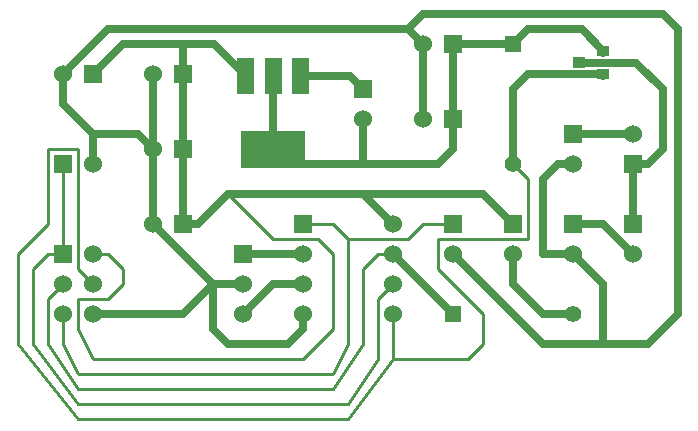
<source format=gbr>
G04 start of page 2 for group 0 idx 0 *
G04 Title: IR grenade, component *
G04 Creator: pcb 20110918 *
G04 CreationDate: Fri 01 Mar 2013 06:14:08 PM GMT UTC *
G04 For: kevredon *
G04 Format: Gerber/RS-274X *
G04 PCB-Dimensions: 600000 500000 *
G04 PCB-Coordinate-Origin: lower left *
%MOIN*%
%FSLAX25Y25*%
%LNTOP*%
%ADD22C,0.0280*%
%ADD21C,0.0300*%
%ADD20C,0.0380*%
%ADD19R,0.1220X0.1220*%
%ADD18R,0.0560X0.0560*%
%ADD17C,0.0027*%
%ADD16R,0.0340X0.0340*%
%ADD15C,0.0550*%
%ADD14C,0.0600*%
%ADD13C,0.0001*%
%ADD12C,0.0100*%
%ADD11C,0.0250*%
G54D11*X105000Y380000D02*X100000Y385000D01*
Y409400D01*
X109000D02*X125600D01*
X130000Y405000D01*
Y395000D02*Y380000D01*
Y370000D02*X140000Y360000D01*
X105000Y380000D02*X155000D01*
G54D12*X150000Y360000D02*X145000Y355000D01*
X155000Y345000D02*Y355000D01*
X145000D02*X125000D01*
X120000Y350000D02*X115000Y355000D01*
X100000D01*
X160000Y360000D02*X150000D01*
G54D11*X155000Y380000D02*X160000Y385000D01*
Y420000D01*
X150000D02*X145000Y425000D01*
X150000Y430000D01*
Y420000D02*Y395000D01*
X110000Y330000D02*Y325000D01*
X105000Y320000D01*
G54D12*X140000Y315000D02*Y330000D01*
X110000Y315000D02*X120000Y325000D01*
Y350000D01*
G54D11*X80300Y420000D02*X90900Y409400D01*
X80300Y420000D02*X50000D01*
X45000Y425000D02*X145000D01*
X60000Y410000D02*Y360000D01*
X70000Y420000D02*Y360000D01*
X75000D01*
X85000Y370000D01*
G54D12*X100000Y355000D02*X85000Y370000D01*
G54D11*X80000Y340000D02*X60000Y360000D01*
G54D12*X45000Y350000D02*X50000Y345000D01*
Y340000D01*
G54D11*X55000Y390000D02*X60000Y385000D01*
X80000Y340000D02*X90000D01*
Y350000D02*X110000D01*
G54D12*X30000D02*X25000D01*
X20000Y345000D01*
X40000Y350000D02*X45000D01*
G54D11*X70000Y330000D02*X80000Y340000D01*
G54D12*X50000D02*X45000Y335000D01*
X35000D01*
X30000Y320000D02*Y330000D01*
X20000Y345000D02*Y320000D01*
X25000Y335000D02*Y320000D01*
X15000D02*Y350000D01*
X35000Y295000D02*X15000Y320000D01*
X25000D02*X35000Y305000D01*
Y310000D02*X30000Y320000D01*
Y340000D02*X25000Y335000D01*
X15000Y350000D02*X25000Y360000D01*
X35000Y335000D02*Y325000D01*
G54D11*X40000Y410000D02*X50000Y420000D01*
G54D12*X40000Y340000D02*X35000Y345000D01*
X30000Y380000D02*Y350000D01*
X25000Y360000D02*Y385000D01*
X35000D01*
Y345000D01*
G54D11*X30000Y410000D02*X45000Y425000D01*
X40000Y380000D02*Y390000D01*
X55000D01*
X40000D02*X30000Y400000D01*
Y410000D01*
X90000Y330000D02*X100000Y340000D01*
G54D12*X140000Y315000D02*X125000Y295000D01*
Y300000D02*X135000Y315000D01*
G54D11*X40000Y330000D02*X70000D01*
G54D12*X20000Y320000D02*X35000Y300000D01*
Y325000D02*X40000Y315000D01*
X120000Y305000D02*X130000Y320000D01*
X125000D02*X120000Y310000D01*
X125000Y295000D02*X35000D01*
Y300000D02*X125000D01*
X35000Y305000D02*X120000D01*
Y310000D02*X35000D01*
X40000Y315000D02*X110000D01*
G54D11*X202800Y425000D02*X210000Y417800D01*
Y410000D02*X185000D01*
X180000Y405000D01*
X201800Y413900D02*X216100D01*
X202800Y425000D02*X185000D01*
X180000Y420000D01*
X160000D02*X180000D01*
Y405000D02*Y380000D01*
X150000Y430000D02*X230000D01*
X235000Y425000D01*
X215000Y413900D02*X221100D01*
X220000Y390000D02*X200000D01*
X221100Y413900D02*X230000Y405000D01*
Y385000D01*
X225000Y380000D01*
X220000D01*
Y360000D02*Y380000D01*
X200000Y360000D02*X210000D01*
X235000Y425000D02*Y330000D01*
X225000Y320000D01*
X195000Y380000D02*X190000Y375000D01*
X200000Y380000D02*X195000D01*
X200000Y360000D02*X205000D01*
X170000Y370000D02*X180000Y360000D01*
X190000Y375000D02*Y350000D01*
G54D12*X185000Y355000D02*Y375000D01*
X180000Y380000D01*
G54D11*X210000Y360000D02*X220000Y350000D01*
X200000D02*X190000D01*
Y330000D02*X180000Y340000D01*
Y350000D01*
X160000D02*X190000Y320000D01*
G54D12*X170000Y330000D02*X155000Y345000D01*
Y355000D02*X185000D01*
X170000Y320000D02*Y330000D01*
G54D11*X200000D02*X190000D01*
X210000Y320000D02*Y340000D01*
X200000Y350000D01*
X190000Y320000D02*X225000D01*
X100000Y340000D02*X110000D01*
X80000D02*Y325000D01*
X85000Y320000D01*
X105000D02*X85000D01*
G54D12*X125000Y355000D02*Y320000D01*
X110000Y360000D02*X120000D01*
X125000Y355000D01*
G54D11*X85000Y370000D02*X170000D01*
G54D12*X130000Y320000D02*Y345000D01*
X135000Y350000D01*
X140000D01*
X135000Y315000D02*Y335000D01*
X140000Y340000D01*
G54D11*Y350000D02*X160000Y330000D01*
G54D12*X140000Y315000D02*X165000D01*
X170000Y320000D01*
G54D13*G36*
X27000Y353000D02*Y347000D01*
X33000D01*
Y353000D01*
X27000D01*
G37*
G36*
Y383000D02*Y377000D01*
X33000D01*
Y383000D01*
X27000D01*
G37*
G54D14*X40000Y350000D03*
Y340000D03*
Y330000D03*
X30000Y340000D03*
Y330000D03*
X40000Y380000D03*
G54D13*G36*
X37000Y413000D02*Y407000D01*
X43000D01*
Y413000D01*
X37000D01*
G37*
G54D14*X30000Y410000D03*
G54D13*G36*
X177250Y422750D02*Y417250D01*
X182750D01*
Y422750D01*
X177250D01*
G37*
G36*
X157000Y423000D02*Y417000D01*
X163000D01*
Y423000D01*
X157000D01*
G37*
G54D14*X150000Y420000D03*
G54D15*X180000Y380000D03*
G54D13*G36*
X157000Y398000D02*Y392000D01*
X163000D01*
Y398000D01*
X157000D01*
G37*
G54D14*X150000Y395000D03*
G54D13*G36*
X127000Y408000D02*Y402000D01*
X133000D01*
Y408000D01*
X127000D01*
G37*
G54D14*X130000Y395000D03*
G54D13*G36*
X87000Y353000D02*Y347000D01*
X93000D01*
Y353000D01*
X87000D01*
G37*
G36*
X67000Y363000D02*Y357000D01*
X73000D01*
Y363000D01*
X67000D01*
G37*
G54D14*X90000Y340000D03*
Y330000D03*
G54D13*G36*
X107000Y363000D02*Y357000D01*
X113000D01*
Y363000D01*
X107000D01*
G37*
G54D14*X110000Y350000D03*
Y340000D03*
Y330000D03*
X60000Y360000D03*
G54D13*G36*
X67000Y388000D02*Y382000D01*
X73000D01*
Y388000D01*
X67000D01*
G37*
G54D14*X60000Y385000D03*
G54D13*G36*
X67000Y413000D02*Y407000D01*
X73000D01*
Y413000D01*
X67000D01*
G37*
G54D14*X60000Y410000D03*
G54D13*G36*
X217000Y363000D02*Y357000D01*
X223000D01*
Y363000D01*
X217000D01*
G37*
G54D14*X220000Y350000D03*
G54D13*G36*
X217000Y383000D02*Y377000D01*
X223000D01*
Y383000D01*
X217000D01*
G37*
G54D14*X220000Y390000D03*
G54D15*X200000Y330000D03*
G54D13*G36*
X197000Y393000D02*Y387000D01*
X203000D01*
Y393000D01*
X197000D01*
G37*
G54D14*X200000Y380000D03*
G54D13*G36*
X197000Y363000D02*Y357000D01*
X203000D01*
Y363000D01*
X197000D01*
G37*
G54D14*X200000Y350000D03*
G54D13*G36*
X177000Y363000D02*Y357000D01*
X183000D01*
Y363000D01*
X177000D01*
G37*
G54D14*X180000Y350000D03*
G54D13*G36*
X157000Y363000D02*Y357000D01*
X163000D01*
Y363000D01*
X157000D01*
G37*
G54D14*X160000Y350000D03*
G54D13*G36*
X157250Y332750D02*Y327250D01*
X162750D01*
Y332750D01*
X157250D01*
G37*
G54D14*X140000Y330000D03*
Y340000D03*
Y350000D03*
Y360000D03*
G54D16*X209700Y410000D02*X210300D01*
G54D17*X210160Y411120D02*X210500Y410780D01*
X209140Y411120D02*X210160D01*
X208800Y410780D02*X209140Y411120D01*
X208800Y410780D02*Y408740D01*
X209140Y408400D01*
X210160D01*
X210500Y408740D01*
Y409420D02*Y408740D01*
X210160Y409760D02*X210500Y409420D01*
X209480Y409760D02*X210160D01*
G54D16*X209700Y417800D02*X210300D01*
G54D17*X210160Y418920D02*X210500Y418580D01*
X209140Y418920D02*X210160D01*
X208800Y418580D02*X209140Y418920D01*
X208800Y418580D02*Y417900D01*
X209140Y417560D01*
X210160D01*
X210500Y417220D01*
Y416540D01*
X210160Y416200D02*X210500Y416540D01*
X209140Y416200D02*X210160D01*
X208800Y416540D02*X209140Y416200D01*
G54D16*X201500Y413900D02*X202100D01*
G54D17*X200940Y415020D02*Y412300D01*
X201824Y415020D02*X202300Y414544D01*
Y412776D01*
X201824Y412300D02*X202300Y412776D01*
X200600Y412300D02*X201824D01*
X200600Y415020D02*X201824D01*
G54D18*X109000Y412700D02*Y406100D01*
X100000Y412700D02*Y406100D01*
X90900Y412700D02*Y406100D01*
G54D19*X95500Y385000D02*X104500D01*
G54D20*G54D21*G54D20*G54D21*G54D20*G54D22*G54D21*G54D20*G54D21*G54D20*G54D21*G54D22*M02*

</source>
